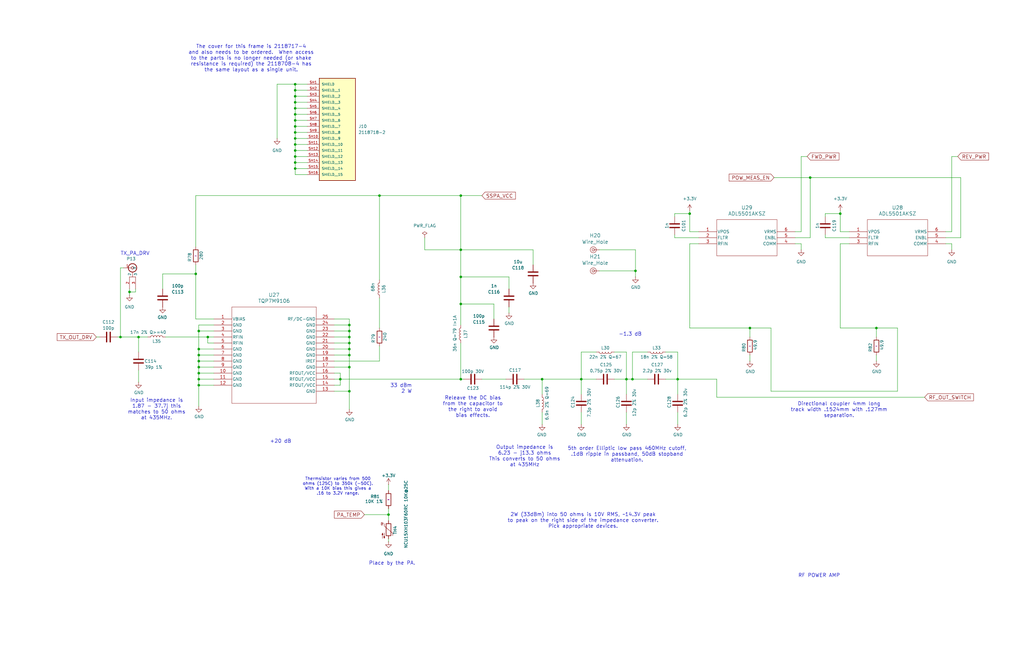
<source format=kicad_sch>
(kicad_sch (version 20250114) (generator "eeschema") (generator_version "9.0")
  (paper "USLedger")
  (title_block (title "Radiation Tolerant PacSat Communication") (date "2023-06-17") (rev "A") (company "AMSAT-NA") (comment 1 "N5BRG"))
  (lib_symbols
    (symbol "Device:C" (pin_numbers (hide yes)) (pin_names (offset 0.254))
      (property "Reference" "C" (at 0.635 2.54 0))
      (property "Value" "C" (at 0.635 -2.54 0))
      (symbol "C_0_1"
        (polyline (pts (xy -2.032 0.762) (xy 2.032 0.762)) (stroke (width 0.508)))
        (polyline (pts (xy -2.032 -0.762) (xy 2.032 -0.762)) (stroke (width 0.508)))
      )
      (symbol "C_1_1"
        (pin passive line (at 0 3.81 270) (length 2.794) (name "~") (number "1"))
        (pin passive line (at 0 -3.81 90) (length 2.794) (name "~") (number "2"))
      )
    )
    (symbol "Device:L" (pin_numbers (hide yes)) (pin_names (offset 1.016) (hide yes))
      (property "Reference" "L" (at -1.27 0 90))
      (property "Value" "L" (at 1.905 0 90))
      (symbol "L_0_1"
        (arc (start 0 2.54) (mid 0.6323 1.905) (end 0 1.27))
        (arc (start 0 1.27) (mid 0.6323 0.635) (end 0 0))
        (arc (start 0 0) (mid 0.6323 -0.635) (end 0 -1.27))
        (arc (start 0 -1.27) (mid 0.6323 -1.905) (end 0 -2.54))
      )
      (symbol "L_1_1"
        (pin passive line (at 0 3.81 270) (length 1.27) (name "1") (number "1"))
        (pin passive line (at 0 -3.81 90) (length 1.27) (name "2") (number "2"))
      )
    )
    (symbol "Device:R" (pin_numbers (hide yes)) (pin_names (offset 0))
      (property "Reference" "R" (at 2.032 0 90))
      (property "Value" "R" (at 0 0 90))
      (symbol "R_0_1"
        (rectangle (start -1.016 -2.54) (end 1.016 2.54) (stroke (width 0.254)))
      )
      (symbol "R_1_1"
        (pin passive line (at 0 3.81 270) (length 1.27) (name "~") (number "1"))
        (pin passive line (at 0 -3.81 90) (length 1.27) (name "~") (number "2"))
      )
    )
    (symbol "Device:Thermistor_NTC" (pin_numbers (hide yes)) (pin_names (offset 0))
      (property "Reference" "TH" (at -4.445 0 90))
      (property "Value" "Thermistor_NTC" (at 3.175 0 90))
      (symbol "Thermistor_NTC_0_1"
        (arc (start -3.175 2.413) (mid -3.0506 2.3165) (end -3.048 2.159))
        (arc (start -3.048 2.794) (mid -2.9736 2.9736) (end -2.794 3.048))
        (arc (start -2.794 3.048) (mid -2.6144 2.9736) (end -2.54 2.794))
        (arc (start -2.794 2.54) (mid -2.9736 2.6144) (end -3.048 2.794))
        (arc (start -2.794 1.905) (mid -2.9736 1.9794) (end -3.048 2.159))
        (arc (start -2.54 2.159) (mid -2.6144 1.9794) (end -2.794 1.905))
        (arc (start -2.159 2.794) (mid -2.434 2.5608) (end -2.794 2.54))
        (polyline (pts (xy -2.54 2.159) (xy -2.54 2.794)))
        (polyline (pts (xy -2.54 -3.683) (xy -2.54 -1.397) (xy -2.794 -2.159) (xy -2.286 -2.159) (xy -2.54 -1.397) (xy -2.54 -1.651)) (fill (type outline)))
        (polyline (pts (xy -1.778 2.54) (xy -1.778 1.524) (xy 1.778 -1.524) (xy 1.778 -2.54)))
        (polyline (pts (xy -1.778 -1.397) (xy -1.778 -3.683) (xy -2.032 -2.921) (xy -1.524 -2.921) (xy -1.778 -3.683) (xy -1.778 -3.429)) (fill (type outline)))
        (rectangle (start -1.016 2.54) (end 1.016 -2.54) (stroke (width 0.254)))
      )
      (symbol "Thermistor_NTC_1_1"
        (pin passive line (at 0 3.81 270) (length 1.27) (name "~") (number "1"))
        (pin passive line (at 0 -3.81 90) (length 1.27) (name "~") (number "2"))
      )
    )
    (symbol "PACSAT_DEV_misc:2118718-2" (pin_names (offset 1.016))
      (property "Reference" "J" (at -7.62 3.302 0))
      (property "Value" "2118718-2" (at -7.62 -43.18 0))
      (symbol "2118718-2_0_0"
        (rectangle (start -7.62 -40.64) (end 7.62 2.54) (stroke (width 0.254)) (fill (type background)))
        (pin passive line (at -12.7 0 0) (length 5.08) (name "SHIELD") (number "SH1"))
        (pin passive line (at -12.7 -2.54 0) (length 5.08) (name "SHIELD__1") (number "SH2"))
        (pin passive line (at -12.7 -5.08 0) (length 5.08) (name "SHIELD__2") (number "SH3"))
        (pin passive line (at -12.7 -7.62 0) (length 5.08) (name "SHIELD__3") (number "SH4"))
        (pin passive line (at -12.7 -10.16 0) (length 5.08) (name "SHIELD__4") (number "SH5"))
        (pin passive line (at -12.7 -12.7 0) (length 5.08) (name "SHIELD__5") (number "SH6"))
        (pin passive line (at -12.7 -15.24 0) (length 5.08) (name "SHIELD__6") (number "SH7"))
        (pin passive line (at -12.7 -17.78 0) (length 5.08) (name "SHIELD__7") (number "SH8"))
        (pin passive line (at -12.7 -20.32 0) (length 5.08) (name "SHIELD__8") (number "SH9"))
        (pin passive line (at -12.7 -22.86 0) (length 5.08) (name "SHIELD__9") (number "SH10"))
        (pin passive line (at -12.7 -25.4 0) (length 5.08) (name "SHIELD__10") (number "SH11"))
        (pin passive line (at -12.7 -27.94 0) (length 5.08) (name "SHIELD__11") (number "SH12"))
        (pin passive line (at -12.7 -30.48 0) (length 5.08) (name "SHIELD__12") (number "SH13"))
        (pin passive line (at -12.7 -33.02 0) (length 5.08) (name "SHIELD__13") (number "SH14"))
        (pin passive line (at -12.7 -35.56 0) (length 5.08) (name "SHIELD__14") (number "SH15"))
        (pin passive line (at -12.7 -38.1 0) (length 5.08) (name "SHIELD__15") (number "SH16"))
      )
    )
    (symbol "PACSAT_DEV_misc:CUBESAT_MOUNT_HOLE_1" (pin_numbers (hide yes)) (pin_names (offset 0) (hide yes))
      (property "Reference" "H104" (at 0.7874 6.0198 0))
      (property "Value" "CUBESAT_MOUNT_HOLE" (at 0.7874 3.3274 0))
      (symbol "CUBESAT_MOUNT_HOLE_1_0_1"
        (circle (center 0 0) (radius 0.5588))
        (circle (center 0 0) (radius 1.27))
      )
      (symbol "CUBESAT_MOUNT_HOLE_1_1_1"
        (pin passive line (at 2.54 0 180) (length 2.54) (name "1") (number "1"))
      )
    )
    (symbol "PACSAT_DEV_misc:U_FL"
      (property "Reference" "U" (at -3.81 2.54 0))
      (symbol "U_FL_0_1"
        (polyline (pts (xy -1.27 -3.81) (xy 1.27 -3.81)))
        (circle (center 0 0) (radius 0.508) (stroke (width 0.2032)))
        (circle (center 0 0) (radius 1.778) (stroke (width 0.3048)))
        (polyline (pts (xy 0 -3.81) (xy 0 -1.778)))
      )
      (symbol "U_FL_1_1"
        (pin bidirectional line (at -3.81 0 0) (length 3.302) (name "In") (number "1"))
        (pin power_in line (at -1.27 -8.89 90) (length 5.08) (name "2") (number "2"))
        (pin power_in line (at 1.27 -8.89 90) (length 5.08) (name "3") (number "3"))
      )
    )
    (symbol "PACSAT_ICs:ADL5501AKSZ" (pin_names (offset 0.254))
      (property "Reference" "U" (at 20.32 10.16 0))
      (property "Value" "ADL5501AKSZ" (at 20.32 7.62 0))
      (symbol "ADL5501AKSZ_0_1"
        (polyline (pts (xy 7.62 5.08) (xy 7.62 -10.16)) (stroke (width 0.127)))
        (polyline (pts (xy 7.62 -10.16) (xy 33.02 -10.16)) (stroke (width 0.127)))
        (polyline (pts (xy 33.02 5.08) (xy 7.62 5.08)) (stroke (width 0.127)))
        (polyline (pts (xy 33.02 -10.16) (xy 33.02 5.08)) (stroke (width 0.127)))
        (pin power_in line (at 0 0 0) (length 7.62) (name "VPOS") (number "1"))
        (pin passive line (at 0 -2.54 0) (length 7.62) (name "FLTR") (number "2"))
        (pin input line (at 0 -5.08 0) (length 7.62) (name "RFIN") (number "3"))
        (pin output line (at 40.64 0 180) (length 7.62) (name "VRMS") (number "6"))
        (pin input line (at 40.64 -2.54 180) (length 7.62) (name "ENBL") (number "5"))
        (pin power_out line (at 40.64 -5.08 180) (length 7.62) (name "COMM") (number "4"))
      )
    )
    (symbol "PACSAT_ICs:TQP7M9106" (pin_names (offset 0.254))
      (property "Reference" "U" (at 25.4 10.16 0))
      (property "Value" "TQP7M9106" (at 25.4 7.62 0))
      (symbol "TQP7M9106_0_1"
        (polyline (pts (xy 7.62 5.08) (xy 7.62 -35.56)) (stroke (width 0.127)))
        (polyline (pts (xy 7.62 -35.56) (xy 43.18 -35.56)) (stroke (width 0.127)))
        (polyline (pts (xy 43.18 5.08) (xy 7.62 5.08)) (stroke (width 0.127)))
        (polyline (pts (xy 43.18 -35.56) (xy 43.18 5.08)) (stroke (width 0.127)))
        (pin input line (at 0 0 0) (length 7.62) (name "VBIAS") (number "1"))
        (pin power_in line (at 0 -2.54 0) (length 7.62) (name "GND") (number "2"))
        (pin power_in line (at 0 -5.08 0) (length 7.62) (name "GND") (number "3"))
        (pin input line (at 0 -7.62 0) (length 7.62) (name "RFIN") (number "4"))
        (pin input line (at 0 -10.16 0) (length 7.62) (name "RFIN") (number "5"))
        (pin power_in line (at 0 -12.7 0) (length 7.62) (name "GND") (number "6"))
        (pin power_in line (at 0 -15.24 0) (length 7.62) (name "GND") (number "7"))
        (pin power_in line (at 0 -17.78 0) (length 7.62) (name "GND") (number "8"))
        (pin power_in line (at 0 -20.32 0) (length 7.62) (name "GND") (number "9"))
        (pin power_in line (at 0 -22.86 0) (length 7.62) (name "GND") (number "10"))
        (pin power_in line (at 0 -25.4 0) (length 7.62) (name "GND") (number "11"))
        (pin power_in line (at 0 -27.94 0) (length 7.62) (name "GND") (number "12"))
        (pin power_in line (at 50.8 0 180) (length 7.62) (name "RF/DC-GND") (number "25"))
        (pin power_in line (at 50.8 -2.54 180) (length 7.62) (name "GND") (number "24"))
        (pin power_in line (at 50.8 -5.08 180) (length 7.62) (name "GND") (number "23"))
        (pin power_in line (at 50.8 -7.62 180) (length 7.62) (name "GND") (number "22"))
        (pin power_in line (at 50.8 -10.16 180) (length 7.62) (name "GND") (number "21"))
        (pin power_in line (at 50.8 -12.7 180) (length 7.62) (name "GND") (number "20"))
        (pin power_in line (at 50.8 -15.24 180) (length 7.62) (name "GND") (number "19"))
        (pin input line (at 50.8 -17.78 180) (length 7.62) (name "IREF") (number "18"))
        (pin power_out line (at 50.8 -20.32 180) (length 7.62) (name "GND") (number "17"))
        (pin output line (at 50.8 -22.86 180) (length 7.62) (name "RFOUT/VCC") (number "16"))
        (pin output line (at 50.8 -25.4 180) (length 7.62) (name "RFOUT/VCC") (number "15"))
        (pin output line (at 50.8 -27.94 180) (length 7.62) (name "RFOUT/VCC") (number "14"))
        (pin power_in line (at 50.8 -30.48 180) (length 7.62) (name "GND") (number "13"))
      )
    )
    (symbol "power:+3.3V" (power) (pin_numbers (hide yes)) (pin_names (offset 0) (hide yes))
      (property "Value" "+3.3V" (at 0 3.556 0))
      (symbol "+3.3V_0_1"
        (polyline (pts (xy -0.762 1.27) (xy 0 2.54)))
        (polyline (pts (xy 0 2.54) (xy 0.762 1.27)))
        (polyline (pts (xy 0 0) (xy 0 2.54)))
      )
      (symbol "+3.3V_1_1"
        (pin power_in line (at 0 0 90) (length 0) (name "~") (number "1"))
      )
    )
    (symbol "power:GND" (power) (pin_numbers (hide yes)) (pin_names (offset 0) (hide yes))
      (property "Value" "GND" (at 0 -3.81 0))
      (symbol "GND_0_1"
        (polyline (pts (xy 0 0) (xy 0 -1.27) (xy 1.27 -1.27) (xy 0 -2.54) (xy -1.27 -1.27) (xy 0 -1.27)))
      )
      (symbol "GND_1_1"
        (pin power_in line (at 0 0 270) (length 0) (name "~") (number "1"))
      )
    )
    (symbol "power:PWR_FLAG" (power) (pin_numbers (hide yes)) (pin_names (offset 0) (hide yes))
      (property "Value" "PWR_FLAG" (at 0 3.81 0))
      (symbol "PWR_FLAG_0_0"
        (pin power_out line (at 0 0 90) (length 0) (name "~") (number "1"))
      )
      (symbol "PWR_FLAG_0_1"
        (polyline (pts (xy 0 0) (xy 0 1.27) (xy -1.016 1.905) (xy 0 2.54) (xy 1.016 1.905) (xy 0 1.27)))
      )
    )
  )
  (text "The cover for this frame is 2118717-4\nand also needs to be ordered.  When access\nto the parts is no longer needed (or shake\nresistance is required) the 2118708-4 has\nthe same layout as a single unit." (at 105.918 24.638 0) (effects (font (size 1.524 1.524))))
  (text "Place by the PA." (at 165.354 237.744 0) (effects (font (size 1.524 1.524))))
  (text "-1.3 dB" (at 260.858 141.986 0) (effects (font (size 1.524 1.524)) (justify left bottom)))
  (text "Thermsistor varies from 500\nohms (125C) to 350k (-50C).\nWith a 10K bias this gives a\n.16 to 3.2V range." (at 142.494 205.232 0) (effects (font (size 1.27 1.27))))
  (text "33 dBm\n2 W" (at 173.736 166.116 0) (effects (font (size 1.524 1.524)) (justify right bottom)))
  (text "RF POWER AMP" (at 336.55 243.84 0) (effects (font (size 1.524 1.524)) (justify left bottom)))
  (text "+20 dB" (at 113.792 187.198 0) (effects (font (size 1.524 1.524)) (justify left bottom)))
  (text "Releave the DC bias\nfrom the capacitor to\nthe right to avoid\nbias effects." (at 199.39 171.704 0) (effects (font (size 1.524 1.524))))
  (text "2W (33dBm) into 50 ohms is 10V RMS, ~14.3V peak\nto peak on the right side of the impedance converter.\nPick appropriate devices." (at 245.872 219.71 0) (effects (font (size 1.524 1.524))))
  (text "5th order Elliptic low pass 460MHz cutoff,\n.1dB ripple in passband, 50dB stopband\nattenuation." (at 264.414 191.77 0) (effects (font (size 1.524 1.524))))
  (text "TX_PA_DRV" (at 50.8 107.95 0) (effects (font (size 1.524 1.524)) (justify left bottom)))
  (text "Input impedance is\n1.87 - 37.7j this\nmatches to 50 ohms\nat 435MHz." (at 66.04 172.72 0) (effects (font (size 1.524 1.524))))
  (text "Output impedance is\n6.23 - j13.3 ohms\nThis converts to 50 ohms\nat 435MHz" (at 221.234 192.532 0) (effects (font (size 1.524 1.524))))
  (text "Directional coupler 4mm long\ntrack width .1524mm with .127mm\nseparation." (at 353.822 172.974 0) (effects (font (size 1.524 1.524))))
  (junction (at 143.51 160.02))
  (junction (at 124.46 53.34))
  (junction (at 316.23 138.43))
  (junction (at 354.33 90.17))
  (junction (at 124.46 66.04))
  (junction (at 147.32 149.86))
  (junction (at 83.82 139.7))
  (junction (at 124.46 55.88))
  (junction (at 124.46 58.42))
  (junction (at 124.46 63.5))
  (junction (at 83.82 147.32))
  (junction (at 124.46 71.12))
  (junction (at 194.31 116.84))
  (junction (at 194.31 128.27))
  (junction (at 369.57 138.43))
  (junction (at 124.46 45.72))
  (junction (at 147.32 165.1))
  (junction (at 50.8 142.24))
  (junction (at 124.46 40.64))
  (junction (at 124.46 48.26))
  (junction (at 83.82 160.02))
  (junction (at 163.83 217.17))
  (junction (at 124.46 60.96))
  (junction (at 194.31 160.02))
  (junction (at 266.7 160.02))
  (junction (at 124.46 38.1))
  (junction (at 194.31 82.55))
  (junction (at 87.63 142.24))
  (junction (at 83.82 152.4))
  (junction (at 147.32 137.16))
  (junction (at 124.46 50.8))
  (junction (at 83.82 157.48))
  (junction (at 147.32 147.32))
  (junction (at 160.02 82.55))
  (junction (at 147.32 144.78))
  (junction (at 147.32 139.7))
  (junction (at 264.16 160.02))
  (junction (at 245.11 160.02))
  (junction (at 194.31 105.41))
  (junction (at 228.6 160.02))
  (junction (at 290.83 90.17))
  (junction (at 58.42 142.24))
  (junction (at 83.82 162.56))
  (junction (at 83.82 154.94))
  (junction (at 341.63 74.93))
  (junction (at 267.97 114.3))
  (junction (at 147.32 142.24))
  (junction (at 147.32 154.94))
  (junction (at 82.55 115.57))
  (junction (at 285.75 160.02))
  (junction (at 54.61 123.19))
  (junction (at 124.46 68.58))
  (junction (at 124.46 35.56))
  (junction (at 83.82 149.86))
  (junction (at 124.46 43.18))
  (wire (pts (xy 124.46 50.8) (xy 124.46 48.26)))
  (wire (pts (xy 49.53 142.24) (xy 50.8 142.24)))
  (wire (pts (xy 83.82 157.48) (xy 83.82 160.02)))
  (wire (pts (xy 124.46 53.34) (xy 129.54 53.34)))
  (wire (pts (xy 325.12 165.1) (xy 378.46 165.1)))
  (wire (pts (xy 50.8 142.24) (xy 58.42 142.24)))
  (wire (pts (xy 290.83 90.17) (xy 290.83 97.79)))
  (wire (pts (xy 116.84 35.56) (xy 116.84 58.42)))
  (wire (pts (xy 147.32 149.86) (xy 147.32 154.94)))
  (wire (pts (xy 50.8 113.03) (xy 50.8 142.24)))
  (wire (pts (xy 140.97 162.56) (xy 143.51 162.56)))
  (wire (pts (xy 147.32 134.62) (xy 147.32 137.16)))
  (wire (pts (xy 252.73 114.3) (xy 267.97 114.3)))
  (wire (pts (xy 83.82 160.02) (xy 83.82 162.56)))
  (wire (pts (xy 124.46 58.42) (xy 124.46 55.88)))
  (wire (pts (xy 57.15 121.92) (xy 57.15 123.19)))
  (wire (pts (xy 194.31 105.41) (xy 194.31 116.84)))
  (wire (pts (xy 83.82 149.86) (xy 90.17 149.86)))
  (wire (pts (xy 83.82 162.56) (xy 90.17 162.56)))
  (wire (pts (xy 220.98 160.02) (xy 228.6 160.02)))
  (wire (pts (xy 228.6 160.02) (xy 228.6 166.37)))
  (wire (pts (xy 90.17 144.78) (xy 87.63 144.78)))
  (wire (pts (xy 143.51 162.56) (xy 143.51 160.02)))
  (wire (pts (xy 124.46 40.64) (xy 129.54 40.64)))
  (wire (pts (xy 245.11 173.99) (xy 245.11 179.07)))
  (wire (pts (xy 129.54 66.04) (xy 124.46 66.04)))
  (wire (pts (xy 203.2 160.02) (xy 213.36 160.02)))
  (wire (pts (xy 273.05 148.59) (xy 266.7 148.59)))
  (wire (pts (xy 140.97 144.78) (xy 147.32 144.78)))
  (wire (pts (xy 347.98 91.44) (xy 347.98 90.17)))
  (wire (pts (xy 140.97 152.4) (xy 160.02 152.4)))
  (wire (pts (xy 285.75 160.02) (xy 280.67 160.02)))
  (wire (pts (xy 369.57 149.86) (xy 369.57 152.4)))
  (wire (pts (xy 194.31 116.84) (xy 194.31 128.27)))
  (wire (pts (xy 337.82 66.04) (xy 340.36 66.04)))
  (wire (pts (xy 83.82 152.4) (xy 83.82 154.94)))
  (wire (pts (xy 140.97 137.16) (xy 147.32 137.16)))
  (wire (pts (xy 83.82 149.86) (xy 83.82 147.32)))
  (wire (pts (xy 87.63 142.24) (xy 90.17 142.24)))
  (wire (pts (xy 40.64 142.24) (xy 41.91 142.24)))
  (wire (pts (xy 290.83 97.79) (xy 294.64 97.79)))
  (wire (pts (xy 54.61 121.92) (xy 54.61 123.19)))
  (wire (pts (xy 264.16 173.99) (xy 264.16 179.07)))
  (wire (pts (xy 140.97 139.7) (xy 147.32 139.7)))
  (wire (pts (xy 124.46 63.5) (xy 124.46 60.96)))
  (wire (pts (xy 354.33 97.79) (xy 358.14 97.79)))
  (wire (pts (xy 401.32 66.04) (xy 403.86 66.04)))
  (wire (pts (xy 124.46 63.5) (xy 124.46 66.04)))
  (wire (pts (xy 264.16 148.59) (xy 264.16 160.02)))
  (wire (pts (xy 163.83 217.17) (xy 163.83 219.71)))
  (wire (pts (xy 203.2 82.55) (xy 194.31 82.55)))
  (wire (pts (xy 245.11 160.02) (xy 245.11 166.37)))
  (wire (pts (xy 285.75 173.99) (xy 285.75 179.07)))
  (wire (pts (xy 228.6 173.99) (xy 228.6 179.07)))
  (wire (pts (xy 147.32 142.24) (xy 147.32 144.78)))
  (wire (pts (xy 228.6 160.02) (xy 245.11 160.02)))
  (wire (pts (xy 147.32 147.32) (xy 147.32 149.86)))
  (wire (pts (xy 337.82 97.79) (xy 337.82 66.04)))
  (wire (pts (xy 224.79 105.41) (xy 194.31 105.41)))
  (wire (pts (xy 82.55 134.62) (xy 82.55 115.57)))
  (wire (pts (xy 214.63 116.84) (xy 194.31 116.84)))
  (wire (pts (xy 143.51 160.02) (xy 194.31 160.02)))
  (wire (pts (xy 208.28 128.27) (xy 208.28 134.62)))
  (wire (pts (xy 335.28 100.33) (xy 341.63 100.33)))
  (wire (pts (xy 124.46 45.72) (xy 129.54 45.72)))
  (wire (pts (xy 82.55 104.14) (xy 82.55 82.55)))
  (wire (pts (xy 140.97 142.24) (xy 147.32 142.24)))
  (wire (pts (xy 398.78 97.79) (xy 401.32 97.79)))
  (wire (pts (xy 54.61 123.19) (xy 57.15 123.19)))
  (wire (pts (xy 147.32 165.1) (xy 147.32 172.72)))
  (wire (pts (xy 302.26 167.64) (xy 389.89 167.64)))
  (wire (pts (xy 124.46 60.96) (xy 124.46 58.42)))
  (wire (pts (xy 179.07 100.33) (xy 179.07 105.41)))
  (wire (pts (xy 140.97 160.02) (xy 143.51 160.02)))
  (wire (pts (xy 347.98 100.33) (xy 347.98 99.06)))
  (wire (pts (xy 124.46 53.34) (xy 124.46 50.8)))
  (wire (pts (xy 252.73 105.41) (xy 267.97 105.41)))
  (wire (pts (xy 153.67 217.17) (xy 163.83 217.17)))
  (wire (pts (xy 83.82 154.94) (xy 83.82 157.48)))
  (wire (pts (xy 354.33 88.9) (xy 354.33 90.17)))
  (wire (pts (xy 124.46 68.58) (xy 129.54 68.58)))
  (wire (pts (xy 124.46 43.18) (xy 129.54 43.18)))
  (wire (pts (xy 316.23 149.86) (xy 316.23 152.4)))
  (wire (pts (xy 83.82 147.32) (xy 83.82 139.7)))
  (wire (pts (xy 378.46 138.43) (xy 369.57 138.43)))
  (wire (pts (xy 124.46 68.58) (xy 124.46 71.12)))
  (wire (pts (xy 140.97 165.1) (xy 147.32 165.1)))
  (wire (pts (xy 124.46 48.26) (xy 129.54 48.26)))
  (wire (pts (xy 140.97 157.48) (xy 143.51 157.48)))
  (wire (pts (xy 264.16 160.02) (xy 264.16 166.37)))
  (wire (pts (xy 124.46 38.1) (xy 129.54 38.1)))
  (wire (pts (xy 124.46 48.26) (xy 124.46 45.72)))
  (wire (pts (xy 140.97 149.86) (xy 147.32 149.86)))
  (wire (pts (xy 68.58 115.57) (xy 68.58 121.92)))
  (wire (pts (xy 83.82 157.48) (xy 90.17 157.48)))
  (wire (pts (xy 83.82 154.94) (xy 90.17 154.94)))
  (wire (pts (xy 285.75 148.59) (xy 285.75 160.02)))
  (wire (pts (xy 83.82 139.7) (xy 90.17 139.7)))
  (wire (pts (xy 147.32 137.16) (xy 147.32 139.7)))
  (wire (pts (xy 285.75 160.02) (xy 285.75 166.37)))
  (wire (pts (xy 316.23 138.43) (xy 325.12 138.43)))
  (wire (pts (xy 354.33 90.17) (xy 354.33 97.79)))
  (wire (pts (xy 264.16 160.02) (xy 266.7 160.02)))
  (wire (pts (xy 124.46 66.04) (xy 124.46 68.58)))
  (wire (pts (xy 163.83 204.47) (xy 163.83 207.01)))
  (wire (pts (xy 290.83 88.9) (xy 290.83 90.17)))
  (wire (pts (xy 224.79 111.76) (xy 224.79 105.41)))
  (wire (pts (xy 82.55 115.57) (xy 82.55 111.76)))
  (wire (pts (xy 124.46 35.56) (xy 129.54 35.56)))
  (wire (pts (xy 82.55 115.57) (xy 68.58 115.57)))
  (wire (pts (xy 194.31 128.27) (xy 208.28 128.27)))
  (wire (pts (xy 83.82 149.86) (xy 83.82 152.4)))
  (wire (pts (xy 316.23 138.43) (xy 316.23 142.24)))
  (wire (pts (xy 124.46 40.64) (xy 124.46 38.1)))
  (wire (pts (xy 124.46 43.18) (xy 124.46 40.64)))
  (wire (pts (xy 124.46 58.42) (xy 129.54 58.42)))
  (wire (pts (xy 83.82 160.02) (xy 90.17 160.02)))
  (wire (pts (xy 194.31 128.27) (xy 194.31 137.16)))
  (wire (pts (xy 326.39 74.93) (xy 341.63 74.93)))
  (wire (pts (xy 194.31 144.78) (xy 194.31 160.02)))
  (wire (pts (xy 147.32 139.7) (xy 147.32 142.24)))
  (wire (pts (xy 58.42 142.24) (xy 58.42 148.59)))
  (wire (pts (xy 369.57 138.43) (xy 369.57 142.24)))
  (wire (pts (xy 290.83 102.87) (xy 290.83 138.43)))
  (wire (pts (xy 54.61 123.19) (xy 54.61 124.46)))
  (wire (pts (xy 335.28 102.87) (xy 337.82 102.87)))
  (wire (pts (xy 354.33 138.43) (xy 354.33 102.87)))
  (wire (pts (xy 401.32 102.87) (xy 401.32 105.41)))
  (wire (pts (xy 194.31 160.02) (xy 195.58 160.02)))
  (wire (pts (xy 69.85 142.24) (xy 87.63 142.24)))
  (wire (pts (xy 87.63 144.78) (xy 87.63 142.24)))
  (wire (pts (xy 214.63 129.54) (xy 214.63 132.08)))
  (wire (pts (xy 325.12 138.43) (xy 325.12 165.1)))
  (wire (pts (xy 280.67 148.59) (xy 285.75 148.59)))
  (wire (pts (xy 259.08 148.59) (xy 264.16 148.59)))
  (wire (pts (xy 358.14 100.33) (xy 347.98 100.33)))
  (wire (pts (xy 58.42 156.21) (xy 58.42 161.29)))
  (wire (pts (xy 124.46 55.88) (xy 124.46 53.34)))
  (wire (pts (xy 284.48 100.33) (xy 284.48 99.06)))
  (wire (pts (xy 179.07 105.41) (xy 194.31 105.41)))
  (wire (pts (xy 245.11 160.02) (xy 251.46 160.02)))
  (wire (pts (xy 124.46 55.88) (xy 129.54 55.88)))
  (wire (pts (xy 347.98 90.17) (xy 354.33 90.17)))
  (wire (pts (xy 369.57 138.43) (xy 354.33 138.43)))
  (wire (pts (xy 124.46 71.12) (xy 129.54 71.12)))
  (wire (pts (xy 264.16 160.02) (xy 259.08 160.02)))
  (wire (pts (xy 124.46 50.8) (xy 129.54 50.8)))
  (wire (pts (xy 90.17 152.4) (xy 83.82 152.4)))
  (wire (pts (xy 284.48 91.44) (xy 284.48 90.17)))
  (wire (pts (xy 245.11 148.59) (xy 245.11 160.02)))
  (wire (pts (xy 90.17 134.62) (xy 82.55 134.62)))
  (wire (pts (xy 284.48 90.17) (xy 290.83 90.17)))
  (wire (pts (xy 124.46 60.96) (xy 129.54 60.96)))
  (wire (pts (xy 124.46 38.1) (xy 124.46 35.56)))
  (wire (pts (xy 194.31 82.55) (xy 194.31 105.41)))
  (wire (pts (xy 294.64 100.33) (xy 284.48 100.33)))
  (wire (pts (xy 83.82 162.56) (xy 83.82 171.45)))
  (wire (pts (xy 160.02 125.73) (xy 160.02 138.43)))
  (wire (pts (xy 52.07 113.03) (xy 50.8 113.03)))
  (wire (pts (xy 124.46 45.72) (xy 124.46 43.18)))
  (wire (pts (xy 337.82 102.87) (xy 337.82 105.41)))
  (wire (pts (xy 214.63 121.92) (xy 214.63 116.84)))
  (wire (pts (xy 398.78 102.87) (xy 401.32 102.87)))
  (wire (pts (xy 335.28 97.79) (xy 337.82 97.79)))
  (wire (pts (xy 83.82 139.7) (xy 83.82 137.16)))
  (wire (pts (xy 147.32 134.62) (xy 140.97 134.62)))
  (wire (pts (xy 82.55 82.55) (xy 160.02 82.55)))
  (wire (pts (xy 290.83 138.43) (xy 316.23 138.43)))
  (wire (pts (xy 294.64 102.87) (xy 290.83 102.87)))
  (wire (pts (xy 58.42 142.24) (xy 62.23 142.24)))
  (wire (pts (xy 160.02 118.11) (xy 160.02 82.55)))
  (wire (pts (xy 341.63 74.93) (xy 405.13 74.93)))
  (wire (pts (xy 163.83 227.33) (xy 163.83 228.6)))
  (wire (pts (xy 147.32 144.78) (xy 147.32 147.32)))
  (wire (pts (xy 140.97 147.32) (xy 147.32 147.32)))
  (wire (pts (xy 378.46 165.1) (xy 378.46 138.43)))
  (wire (pts (xy 163.83 214.63) (xy 163.83 217.17)))
  (wire (pts (xy 354.33 102.87) (xy 358.14 102.87)))
  (wire (pts (xy 251.46 148.59) (xy 245.11 148.59)))
  (wire (pts (xy 160.02 152.4) (xy 160.02 146.05)))
  (wire (pts (xy 140.97 154.94) (xy 147.32 154.94)))
  (wire (pts (xy 83.82 137.16) (xy 90.17 137.16)))
  (wire (pts (xy 341.63 74.93) (xy 341.63 100.33)))
  (wire (pts (xy 266.7 148.59) (xy 266.7 160.02)))
  (wire (pts (xy 124.46 63.5) (xy 129.54 63.5)))
  (wire (pts (xy 143.51 157.48) (xy 143.51 160.02)))
  (wire (pts (xy 124.46 71.12) (xy 124.46 73.66)))
  (wire (pts (xy 160.02 82.55) (xy 194.31 82.55)))
  (wire (pts (xy 302.26 160.02) (xy 302.26 167.64)))
  (wire (pts (xy 267.97 114.3) (xy 267.97 116.84)))
  (wire (pts (xy 266.7 160.02) (xy 273.05 160.02)))
  (wire (pts (xy 398.78 100.33) (xy 405.13 100.33)))
  (wire (pts (xy 147.32 154.94) (xy 147.32 165.1)))
  (wire (pts (xy 267.97 105.41) (xy 267.97 114.3)))
  (wire (pts (xy 405.13 100.33) (xy 405.13 74.93)))
  (wire (pts (xy 285.75 160.02) (xy 302.26 160.02)))
  (wire (pts (xy 116.84 35.56) (xy 124.46 35.56)))
  (wire (pts (xy 83.82 147.32) (xy 90.17 147.32)))
  (wire (pts (xy 401.32 97.79) (xy 401.32 66.04)))
  (wire (pts (xy 129.54 73.66) (xy 124.46 73.66)))
  (global_label "POW_MEAS_EN" (shape input) (at 326.39 74.93 180) (effects (font (size 1.524 1.524))) (property "Intersheetrefs" "${INTERSHEET_REFS}" (effects (hide yes))))
  (global_label "FWD_PWR" (shape input) (at 340.36 66.04 0) (effects (font (size 1.524 1.524))) (property "Intersheetrefs" "${INTERSHEET_REFS}" (effects (hide yes))))
  (global_label "SSPA_VCC" (shape input) (at 203.2 82.55 0) (effects (font (size 1.524 1.524))) (property "Intersheetrefs" "${INTERSHEET_REFS}" (effects (hide yes))))
  (global_label "PA_TEMP" (shape input) (at 153.67 217.17 180) (effects (font (size 1.524 1.524))) (property "Intersheetrefs" "${INTERSHEET_REFS}" (effects (hide yes))))
  (global_label "TX_OUT_DRV" (shape input) (at 40.64 142.24 180) (effects (font (size 1.524 1.524))) (property "Intersheetrefs" "${INTERSHEET_REFS}" (effects (hide yes))))
  (global_label "RF_OUT_SWITCH" (shape input) (at 389.89 167.64 0) (effects (font (size 1.524 1.524))) (property "Intersheetrefs" "${INTERSHEET_REFS}" (effects (hide yes))))
  (global_label "REV_PWR" (shape input) (at 403.86 66.04 0) (effects (font (size 1.524 1.524))) (property "Intersheetrefs" "${INTERSHEET_REFS}" (effects (hide yes))))
  (symbol (lib_id "PACSAT_DEV_misc:CUBESAT_MOUNT_HOLE_1") (at 250.19 105.41 0) (unit 1) (in_bom no)
    (property "Reference" "H20" (at 250.9774 99.3902 0) (effects (font (size 1.524 1.524))))
    (property "Value" "Wire_Hole" (at 250.9774 102.0826 0) (effects (font (size 1.524 1.524))))
    (property "Footprint" "PacSatDev_misc:Wire_Hole" (effects (hide yes)))
  )
  (symbol (lib_id "power:GND") (at 163.83 228.6 0) (unit 1)
    (property "Reference" "#PWR0232" (effects (hide yes)))
    (property "Value" "GND" (at 163.83 233.68 0))
    (property "Description" "Power symbol creates a global label with name \"GND\" , ground" (effects (hide yes)))
  )
  (symbol (lib_id "power:GND") (at 214.63 132.08 0) (unit 1)
    (property "Reference" "#PWR0227" (effects (hide yes)))
    (property "Value" "GND" (at 214.757 136.4742 0))
  )
  (symbol (lib_id "power:+3.3V") (at 163.83 204.47 0) (unit 1)
    (property "Reference" "#PWR0231" (effects (hide yes)))
    (property "Value" "+3.3V" (at 163.83 200.66 0))
  )
  (symbol (lib_id "PACSAT_DEV_misc:U_FL") (at 55.88 113.03 0) (unit 1)
    (property "Reference" "P13" (at 53.34 109.22 0) (effects (justify left)))
    (property "Value" "CONUFL001-SMD-T" (effects (hide yes)))
    (property "Footprint" "PacSatDev_misc:CONN1_CONUFL_TEC" (effects (hide yes)))
  )
  (symbol (lib_id "power:GND") (at 369.57 152.4 0) (unit 1)
    (property "Reference" "#PWR0245" (effects (hide yes)))
    (property "Value" "GND" (at 369.697 156.7942 0))
  )
  (symbol (lib_id "Device:L") (at 276.86 148.59 90) (mirror x) (unit 1)
    (property "Reference" "L33" (at 276.86 146.812 90))
    (property "Value" "18n 2% Q=58" (at 276.86 150.622 90))
    (property "Footprint" "Inductor_SMD:L_0402_1005Metric_Pad0.77x0.64mm_HandSolder" (effects (hide yes)))
  )
  (symbol (lib_id "power:GND") (at 267.97 116.84 0) (unit 1)
    (property "Reference" "#PWR0257" (effects (hide yes)))
    (property "Value" "GND" (at 268.097 121.2342 0))
  )
  (symbol (lib_id "Device:C") (at 208.28 138.43 0) (unit 1)
    (property "Reference" "C115" (at 201.93 135.89 0))
    (property "Value" "100p" (at 201.93 133.35 0))
    (property "Footprint" "Capacitor_SMD:C_0402_1005Metric_Pad0.74x0.62mm_HandSolder" (effects (hide yes)))
  )
  (symbol (lib_id "Device:C") (at 285.75 170.18 180) (unit 1)
    (property "Reference" "C128" (at 282.194 169.672 90))
    (property "Value" "6.2p 2% 30v" (at 289.052 169.926 90))
    (property "Footprint" "Capacitor_SMD:C_0402_1005Metric_Pad0.74x0.62mm_HandSolder" (effects (hide yes)))
  )
  (symbol (lib_id "Device:L") (at 160.02 121.92 180) (unit 1)
    (property "Reference" "L36" (at 161.798 121.92 90))
    (property "Value" "68n" (at 157.226 121.158 90))
    (property "Footprint" "Inductor_SMD:L_0603_1608Metric_Pad1.05x0.95mm_HandSolder" (effects (hide yes)))
  )
  (symbol (lib_id "PACSAT_DEV_misc:2118718-2") (at 142.24 35.56 0) (unit 1)
    (property "Reference" "J10" (at 151.13 53.3399 0) (effects (justify left)))
    (property "Value" "2118718-2" (at 151.13 55.8799 0) (effects (justify left)))
    (property "Footprint" "PacSatDev_misc:TE_2118718-2" (effects (hide yes)))
    (property "PARTREV" "A2" (effects (hide yes)))
    (property "STANDARD" "Manufacturer Recommendations" (effects (hide yes)))
    (property "MAXIMUM_PACKAGE_HEIGHT" "5.08mm" (effects (hide yes)))
    (property "MANUFACTURER" "TE Connectivity" (effects (hide yes)))
  )
  (symbol (lib_id "power:+3.3V") (at 290.83 88.9 0) (unit 1)
    (property "Reference" "#PWR0242" (effects (hide yes)))
    (property "Value" "+3.3V" (at 290.83 83.82 0))
    (property "Description" "Power symbol creates a global label with name \"+3.3V\"" (effects (hide yes)))
  )
  (symbol (lib_id "Device:C") (at 58.42 152.4 0) (unit 1)
    (property "Reference" "C114" (at 63.5 152.4 0))
    (property "Value" "39p 1%" (at 64.77 154.94 0))
    (property "Footprint" "Capacitor_SMD:C_0402_1005Metric_Pad0.74x0.62mm_HandSolder" (effects (hide yes)))
  )
  (symbol (lib_id "power:GND") (at 54.61 124.46 0) (unit 1)
    (property "Reference" "#PWR0220" (effects (hide yes)))
    (property "Value" "GND" (at 54.61 129.54 0))
  )
  (symbol (lib_id "power:GND") (at 208.28 142.24 0) (unit 1)
    (property "Reference" "#PWR0226" (effects (hide yes)))
    (property "Value" "GND" (at 208.407 146.6342 0))
  )
  (symbol (lib_id "power:GND") (at 58.42 161.29 0) (unit 1)
    (property "Reference" "#PWR0222" (effects (hide yes)))
    (property "Value" "GND" (at 58.547 165.6842 0))
  )
  (symbol (lib_id "PACSAT_ICs:ADL5501AKSZ") (at 294.64 97.79 0) (unit 1)
    (property "Reference" "U29" (at 314.96 87.63 0) (effects (font (size 1.524 1.524))))
    (property "Value" "ADL5501AKSZ" (at 314.96 90.17 0) (effects (font (size 1.524 1.524))))
    (property "Footprint" "PacSatDev_misc:KS-6_ADI" (effects (hide yes)))
    (property "Datasheet" "https://www.analog.com/media/en/technical-documentation/data-sheets/ADL5501.pdf" (effects (hide yes)))
  )
  (symbol (lib_id "Device:C") (at 264.16 170.18 180) (unit 1)
    (property "Reference" "C126" (at 260.604 169.672 90))
    (property "Value" "12p 2% 30v" (at 267.462 169.926 90))
    (property "Footprint" "Capacitor_SMD:C_0402_1005Metric_Pad0.74x0.62mm_HandSolder" (effects (hide yes)))
  )
  (symbol (lib_id "PACSAT_DEV_misc:CUBESAT_MOUNT_HOLE_1") (at 250.19 114.3 0) (unit 1) (in_bom no)
    (property "Reference" "H21" (at 250.9774 108.2802 0) (effects (font (size 1.524 1.524))))
    (property "Value" "Wire_Hole" (at 250.9774 110.9726 0) (effects (font (size 1.524 1.524))))
    (property "Footprint" "PacSatDev_misc:Wire_Hole" (effects (hide yes)))
  )
  (symbol (lib_id "Device:L") (at 255.27 148.59 90) (mirror x) (unit 1)
    (property "Reference" "L30" (at 255.27 146.812 90))
    (property "Value" "22n 2% Q=67" (at 255.27 150.622 90))
    (property "Footprint" "Inductor_SMD:L_0402_1005Metric_Pad0.77x0.64mm_HandSolder" (effects (hide yes)))
  )
  (symbol (lib_id "power:GND") (at 224.79 119.38 0) (unit 1)
    (property "Reference" "#PWR0228" (effects (hide yes)))
    (property "Value" "GND" (at 224.917 123.7742 0))
  )
  (symbol (lib_id "Device:C") (at 68.58 125.73 0) (mirror y) (unit 1)
    (property "Reference" "C113" (at 74.93 123.19 0))
    (property "Value" "100p" (at 74.93 120.65 0))
    (property "Footprint" "Capacitor_SMD:C_0402_1005Metric_Pad0.74x0.62mm_HandSolder" (effects (hide yes)))
  )
  (symbol (lib_id "power:GND") (at 116.84 58.42 0) (unit 1)
    (property "Reference" "#PWR0224" (effects (hide yes)))
    (property "Value" "GND" (at 116.84 63.5 0))
  )
  (symbol (lib_id "Device:C") (at 199.39 160.02 90) (mirror x) (unit 1)
    (property "Reference" "C123" (at 199.39 163.83 90))
    (property "Value" "100p 30V" (at 199.39 156.718 90))
    (property "Footprint" "Capacitor_SMD:C_0402_1005Metric_Pad0.74x0.62mm_HandSolder" (effects (hide yes)))
  )
  (symbol (lib_id "Device:C") (at 217.17 160.02 270) (mirror x) (unit 1)
    (property "Reference" "C117" (at 217.17 156.21 90))
    (property "Value" "114p 2% 30V" (at 217.17 163.322 90))
    (property "Footprint" "Capacitor_SMD:C_0402_1005Metric_Pad0.74x0.62mm_HandSolder" (effects (hide yes)))
  )
  (symbol (lib_id "Device:C") (at 224.79 115.57 0) (unit 1)
    (property "Reference" "C118" (at 218.44 113.03 0))
    (property "Value" "10u" (at 218.44 110.49 0))
    (property "Footprint" "Capacitor_SMD:C_0603_1608Metric_Pad1.08x0.95mm_HandSolder" (effects (hide yes)))
  )
  (symbol (lib_id "Device:C") (at 214.63 125.73 0) (unit 1)
    (property "Reference" "C116" (at 208.28 123.19 0))
    (property "Value" "1n" (at 208.28 120.65 0))
    (property "Footprint" "Capacitor_SMD:C_0402_1005Metric_Pad0.74x0.62mm_HandSolder" (effects (hide yes)))
  )
  (symbol (lib_id "Device:R") (at 369.57 146.05 0) (unit 1)
    (property "Reference" "R82" (at 367.03 148.59 90) (effects (justify left)))
    (property "Value" "49.9" (at 371.856 147.828 90) (effects (justify left)))
    (property "Footprint" "Resistor_SMD:R_0402_1005Metric_Pad0.72x0.64mm_HandSolder" (effects (hide yes)))
    (property "Datasheet" "~" (at 369.57 146.05 0))
  )
  (symbol (lib_id "Device:C") (at 347.98 95.25 0) (mirror x) (unit 1)
    (property "Reference" "C119" (at 351.79 95.25 90))
    (property "Value" "1n" (at 344.678 95.25 90))
    (property "Footprint" "Capacitor_SMD:C_0402_1005Metric_Pad0.74x0.62mm_HandSolder" (effects (hide yes)))
  )
  (symbol (lib_id "power:GND") (at 337.82 105.41 0) (mirror y) (unit 1)
    (property "Reference" "#PWR0240" (effects (hide yes)))
    (property "Value" "GND" (at 337.82 110.49 0))
  )
  (symbol (lib_id "Device:L") (at 228.6 170.18 0) (mirror x) (unit 1)
    (property "Reference" "L38" (at 226.822 170.18 90))
    (property "Value" "6.9n 2% Q=69" (at 230.632 170.18 90))
    (property "Footprint" "Inductor_SMD:L_0402_1005Metric_Pad0.77x0.64mm_HandSolder" (effects (hide yes)))
  )
  (symbol (lib_id "power:GND") (at 401.32 105.41 0) (mirror y) (unit 1)
    (property "Reference" "#PWR0241" (effects (hide yes)))
    (property "Value" "GND" (at 401.32 110.49 0))
  )
  (symbol (lib_id "PACSAT_ICs:TQP7M9106") (at 90.17 134.62 0) (unit 1)
    (property "Reference" "U27" (at 115.57 124.46 0) (effects (font (size 1.524 1.524))))
    (property "Value" "TQP7M9106" (at 115.57 127 0) (effects (font (size 1.524 1.524))))
    (property "Footprint" "PacSatDev_misc:QFN24_TQP7M9104_QOR" (effects (hide yes)))
    (property "Datasheet" "TQP7M9106" (effects (hide yes)))
  )
  (symbol (lib_id "Device:C") (at 255.27 160.02 90) (unit 1)
    (property "Reference" "C125" (at 255.524 153.924 90))
    (property "Value" "0.75p 2% 30V" (at 255.524 156.464 90))
    (property "Footprint" "Capacitor_SMD:C_0402_1005Metric_Pad0.74x0.62mm_HandSolder" (effects (hide yes)))
  )
  (symbol (lib_id "Device:L") (at 194.31 140.97 180) (unit 1)
    (property "Reference" "L37" (at 196.342 140.97 90))
    (property "Value" "36n Q=79 I>1A" (at 191.77 140.716 90))
    (property "Footprint" "Inductor_SMD:L_0603_1608Metric_Pad1.05x0.95mm_HandSolder" (effects (hide yes)))
  )
  (symbol (lib_id "Device:C") (at 284.48 95.25 0) (mirror x) (unit 1)
    (property "Reference" "C101" (at 288.29 95.25 90))
    (property "Value" "1n" (at 281.178 95.25 90))
    (property "Footprint" "Capacitor_SMD:C_0402_1005Metric_Pad0.74x0.62mm_HandSolder" (effects (hide yes)))
  )
  (symbol (lib_id "Device:R") (at 82.55 107.95 0) (unit 1)
    (property "Reference" "R78" (at 80.01 110.49 90) (effects (justify left)))
    (property "Value" "280" (at 84.836 109.728 90) (effects (justify left)))
    (property "Footprint" "Resistor_SMD:R_0402_1005Metric_Pad0.72x0.64mm_HandSolder" (effects (hide yes)))
    (property "Datasheet" "~" (at 82.55 107.95 0))
  )
  (symbol (lib_id "power:GND") (at 245.11 179.07 0) (unit 1)
    (property "Reference" "#PWR0230" (effects (hide yes)))
    (property "Value" "GND" (at 245.237 183.4642 0))
  )
  (symbol (lib_id "power:GND") (at 316.23 152.4 0) (unit 1)
    (property "Reference" "#PWR0244" (effects (hide yes)))
    (property "Value" "GND" (at 316.357 156.7942 0))
  )
  (symbol (lib_id "power:GND") (at 228.6 179.07 0) (mirror y) (unit 1)
    (property "Reference" "#PWR0229" (effects (hide yes)))
    (property "Value" "GND" (at 228.473 183.4642 0))
  )
  (symbol (lib_id "Device:Thermistor_NTC") (at 163.83 223.52 0) (unit 1)
    (property "Reference" "TH4" (at 166.624 225.552 90) (effects (justify left)))
    (property "Value" "NCU15XH103F60RC 10K@25C" (at 171.196 231.394 90) (effects (justify left)))
    (property "Footprint" "Resistor_SMD:R_0402_1005Metric" (effects (hide yes)))
    (property "Datasheet" "NCU15XH103F60RC" (effects (hide yes)))
    (property "Description" "Temperature dependent resistor, negative temperature coefficient" (effects (hide yes)))
  )
  (symbol (lib_id "PACSAT_ICs:ADL5501AKSZ") (at 358.14 97.79 0) (unit 1)
    (property "Reference" "U28" (at 378.46 87.63 0) (effects (font (size 1.524 1.524))))
    (property "Value" "ADL5501AKSZ" (at 378.46 90.17 0) (effects (font (size 1.524 1.524))))
    (property "Footprint" "PacSatDev_misc:KS-6_ADI" (effects (hide yes)))
    (property "Datasheet" "https://www.analog.com/media/en/technical-documentation/data-sheets/ADL5501.pdf" (effects (hide yes)))
  )
  (symbol (lib_id "power:GND") (at 68.58 129.54 0) (mirror y) (unit 1)
    (property "Reference" "#PWR0221" (effects (hide yes)))
    (property "Value" "GND" (at 68.453 133.9342 0))
  )
  (symbol (lib_id "Device:C") (at 276.86 160.02 90) (unit 1)
    (property "Reference" "C127" (at 277.114 153.924 90))
    (property "Value" "2.2p 2% 30v" (at 277.114 156.464 90))
    (property "Footprint" "Capacitor_SMD:C_0402_1005Metric_Pad0.74x0.62mm_HandSolder" (effects (hide yes)))
  )
  (symbol (lib_id "power:GND") (at 285.75 179.07 0) (unit 1)
    (property "Reference" "#PWR0291" (effects (hide yes)))
    (property "Value" "GND" (at 285.877 183.4642 0))
  )
  (symbol (lib_id "power:GND") (at 147.32 172.72 0) (unit 1)
    (property "Reference" "#PWR0225" (effects (hide yes)))
    (property "Value" "GND" (at 147.447 177.1142 0))
  )
  (symbol (lib_id "Device:C") (at 245.11 170.18 180) (unit 1)
    (property "Reference" "C124" (at 241.554 169.672 90))
    (property "Value" "7.3p 2% 30V" (at 248.412 169.926 90))
    (property "Footprint" "Capacitor_SMD:C_0402_1005Metric_Pad0.74x0.62mm_HandSolder" (effects (hide yes)))
  )
  (symbol (lib_id "Device:R") (at 163.83 210.82 0) (unit 1)
    (property "Reference" "R81" (at 156.21 209.55 0) (effects (justify left)))
    (property "Value" "10K 1%" (at 153.924 211.582 0) (effects (justify left)))
    (property "Footprint" "Resistor_SMD:R_0402_1005Metric_Pad0.72x0.64mm_HandSolder" (effects (hide yes)))
    (property "Datasheet" "~" (at 163.83 210.82 0))
  )
  (symbol (lib_id "power:PWR_FLAG") (at 179.07 100.33 0) (mirror y) (unit 1)
    (property "Reference" "#FLG014" (effects (hide yes)))
    (property "Value" "PWR_FLAG" (at 179.07 95.25 0))
  )
  (symbol (lib_id "Device:R") (at 160.02 142.24 0) (unit 1)
    (property "Reference" "R79" (at 157.48 144.78 90) (effects (justify left)))
    (property "Value" "240" (at 162.306 144.018 90) (effects (justify left)))
    (property "Footprint" "Resistor_SMD:R_0402_1005Metric_Pad0.72x0.64mm_HandSolder" (effects (hide yes)))
    (property "Datasheet" "~" (at 160.02 142.24 0))
  )
  (symbol (lib_id "power:GND") (at 83.82 171.45 0) (unit 1)
    (property "Reference" "#PWR0223" (effects (hide yes)))
    (property "Value" "GND" (at 83.947 175.8442 0))
  )
  (symbol (lib_id "power:GND") (at 264.16 179.07 0) (unit 1)
    (property "Reference" "#PWR0233" (effects (hide yes)))
    (property "Value" "GND" (at 264.287 183.4642 0))
  )
  (symbol (lib_id "power:+3.3V") (at 354.33 88.9 0) (unit 1)
    (property "Reference" "#PWR0243" (effects (hide yes)))
    (property "Value" "+3.3V" (at 354.33 83.82 0))
    (property "Description" "Power symbol creates a global label with name \"+3.3V\"" (effects (hide yes)))
  )
  (symbol (lib_id "Device:C") (at 45.72 142.24 90) (mirror x) (unit 1)
    (property "Reference" "C112" (at 45.72 135.89 90))
    (property "Value" "100p" (at 45.72 138.43 90))
    (property "Footprint" "Capacitor_SMD:C_0402_1005Metric_Pad0.74x0.62mm_HandSolder" (effects (hide yes)))
  )
  (symbol (lib_id "Device:L") (at 66.04 142.24 90) (unit 1)
    (property "Reference" "L35" (at 66.04 144.018 90))
    (property "Value" "17n 2% Q>=40" (at 62.484 140.208 90))
    (property "Footprint" "Inductor_SMD:L_0603_1608Metric_Pad1.05x0.95mm_HandSolder" (effects (hide yes)))
  )
  (symbol (lib_id "Device:R") (at 316.23 146.05 0) (unit 1)
    (property "Reference" "R80" (at 313.69 148.59 90) (effects (justify left)))
    (property "Value" "49.9" (at 318.516 147.828 90) (effects (justify left)))
    (property "Footprint" "Resistor_SMD:R_0402_1005Metric_Pad0.72x0.64mm_HandSolder" (effects (hide yes)))
    (property "Datasheet" "~" (at 316.23 146.05 0))
  )
)
</source>
